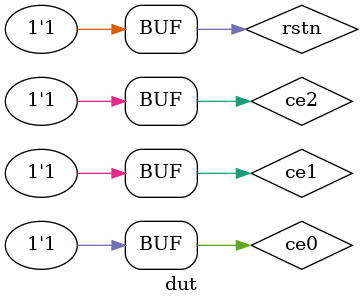
<source format=v>

module dut;

parameter DWIDTH0 = 32;
parameter DWIDTH1 = 16;
parameter DWIDTH2 = 64;

parameter AWIDTH0 = 10;
parameter AWIDTH1 = 14;
parameter AWIDTH2 = 16;


reg [AWIDTH0-1:0] addr0;
reg [AWIDTH1-1:0] addr1;
reg [AWIDTH2-1:0] addr2;

wire [DWIDTH0-1:0] dout0;
wire [DWIDTH1-1:0] dout1;
wire [DWIDTH2-1:0] dout2;

reg [DWIDTH0-1:0] din0;
reg [DWIDTH1-1:0] din1;
reg [DWIDTH2-1:0] din2;

wire clk0;
wire clk1;
wire clk2;

reg rstn=0;

reg ce0=1;
reg ce1=1;
reg ce2=1;

reg we0=0;
reg we1=0;
reg we2=0;

reg [31:0] cnt0=0;
reg [27:0] cnt1=0;
reg [15:0] cnt2=0;

dutmem0 #(DWIDTH0, AWIDTH0) u_mem0(clk0, rstn, ce0, we0, addr0, din0, dout0);
dutmem1 #(DWIDTH1, AWIDTH1) u_mem1(clk1, rstn, ce1, we1, addr1, din1, dout1);
dutmem2 #(DWIDTH2, AWIDTH2) u_mem2(clk2, rstn, ce2, we2, addr2, din2, dout2);

initial
begin
	#10;
	rstn=1;
end

always @(posedge clk0)
begin
	cnt0 <= cnt0 + 1;
	if(cnt0 % 17 == 0)
	begin
		we0 <= 1;
	end else if(cnt0 % 33 == 0)
	begin
		we0 <= 0;
	end
end


always @(posedge clk1)
begin
	cnt1 <= cnt1 + 1;
	if(cnt1 % 19 == 0)
	begin
		we1 <= 1;
	end else if(cnt1 % 37 == 0)
	begin
		we1 <= 0;
	end
end


always @(posedge clk2)
begin
	cnt2 <= cnt2 + 1;
	if(cnt2 % 23 == 0)
	begin
		we2 <= 1;
	end else if(cnt2 % 47 == 0)
	begin
		we2 <= 0;
	end
end

endmodule

</source>
